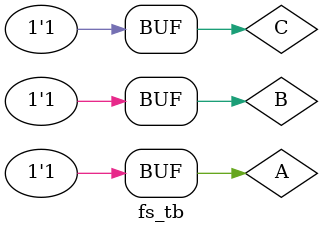
<source format=v>
module fs_tb;
	reg A;
	reg B;
	reg C;
	wire bor;
	wire dif;
	fs uut (
		.A(A), 
		.B(B), 
		.C(C), 
		.bor(bor), 
		.dif(dif)
	);

	initial begin

		A = 0;B = 0;C = 0;
		#100 A = 0;B = 0;C = 1;
		#100 A = 0;B = 1;C = 0;
		#100 A = 0;B = 1;C = 1;
		#100 A = 1;B = 0;C = 0;
		#100 A = 1;B = 0;C = 1;
		#100 A = 1;B = 1;C = 0;
		#100 A = 1;B = 1;C = 1;        
	end
endmodule


</source>
